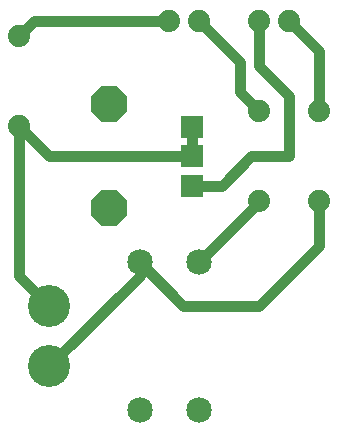
<source format=gbr>
G04 EAGLE Gerber RS-274X export*
G75*
%MOMM*%
%FSLAX34Y34*%
%LPD*%
%INTop Copper*%
%IPPOS*%
%AMOC8*
5,1,8,0,0,1.08239X$1,22.5*%
G01*
%ADD10C,1.879600*%
%ADD11C,3.556000*%
%ADD12C,2.159000*%
%ADD13R,1.879600X1.879600*%
%ADD14P,3.247170X8X22.500000*%
%ADD15C,0.889000*%


D10*
X254000Y393700D03*
X228600Y393700D03*
X330200Y393700D03*
X304800Y393700D03*
D11*
X127000Y101600D03*
X127000Y152400D03*
D10*
X304800Y317500D03*
X304800Y241300D03*
X355600Y317500D03*
X355600Y241300D03*
X101600Y304800D03*
X101600Y381000D03*
D12*
X203600Y64500D03*
X253600Y64500D03*
X253600Y189500D03*
X203600Y189500D03*
D13*
X247800Y254400D03*
X247800Y279400D03*
X247800Y304400D03*
D14*
X177800Y235400D03*
X177800Y323400D03*
D15*
X203600Y189500D02*
X203600Y178200D01*
X127000Y101600D01*
X203600Y189500D02*
X240700Y152400D01*
X304800Y152400D01*
X355600Y203200D01*
X355600Y241300D01*
X101600Y304800D02*
X101600Y177800D01*
X127000Y152400D01*
X247800Y279400D02*
X247800Y304400D01*
X247800Y279400D02*
X127000Y279400D01*
X101600Y304800D01*
X253600Y189500D02*
X304800Y240700D01*
X304800Y241300D01*
X304800Y317500D02*
X288567Y333733D01*
X288567Y359133D01*
X254000Y393700D01*
X330200Y393700D02*
X355600Y368300D01*
X355600Y317500D01*
X114300Y393700D02*
X101600Y381000D01*
X114300Y393700D02*
X228600Y393700D01*
X304800Y393700D02*
X304800Y355600D01*
X330200Y330200D01*
X330200Y279400D01*
X298200Y279400D01*
X273200Y254400D01*
X247800Y254400D01*
M02*

</source>
